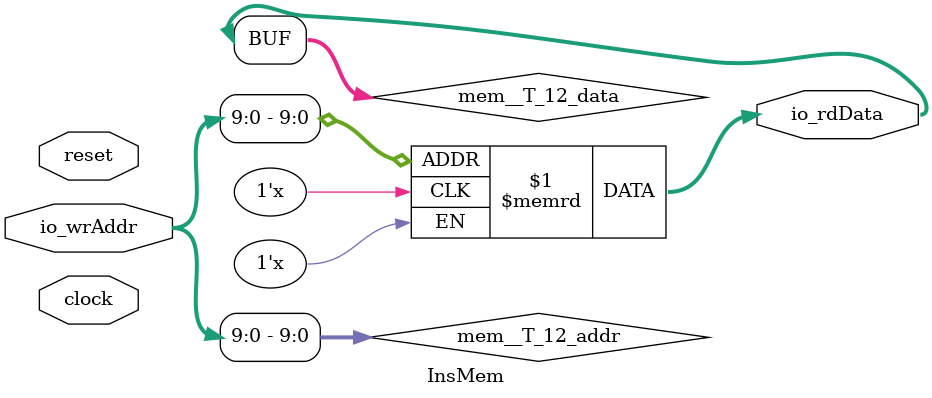
<source format=v>
module InsMem(
  input         clock,
  input         reset,
  input  [31:0] io_wrAddr,
  output [31:0] io_rdData
);
  reg [31:0] mem [0:1023]; // @[InsMem.scala 9:16]
  reg [31:0] _RAND_0;
  wire [31:0] mem__T_12_data; // @[InsMem.scala 9:16]
  wire [9:0] mem__T_12_addr; // @[InsMem.scala 9:16]
  assign mem__T_12_addr = io_wrAddr[9:0];
  assign mem__T_12_data = mem[mem__T_12_addr]; // @[InsMem.scala 9:16]
  assign io_rdData = mem__T_12_data; // @[InsMem.scala 10:13]
`ifdef RANDOMIZE_GARBAGE_ASSIGN
`define RANDOMIZE
`endif
`ifdef RANDOMIZE_INVALID_ASSIGN
`define RANDOMIZE
`endif
`ifdef RANDOMIZE_REG_INIT
`define RANDOMIZE
`endif
`ifdef RANDOMIZE_MEM_INIT
`define RANDOMIZE
`endif
`ifndef RANDOM
`define RANDOM $random
`endif
`ifdef RANDOMIZE
  integer initvar;
  initial begin
    `ifdef INIT_RANDOM
      `INIT_RANDOM
    `endif
    `ifndef VERILATOR
      #0.002 begin end
    `endif
  _RAND_0 = {1{`RANDOM}};
  `ifdef RANDOMIZE_MEM_INIT
  for (initvar = 0; initvar < 1024; initvar = initvar+1)
    mem[initvar] = _RAND_0[31:0];
  `endif // RANDOMIZE_MEM_INIT
  end
`endif // RANDOMIZE
endmodule

</source>
